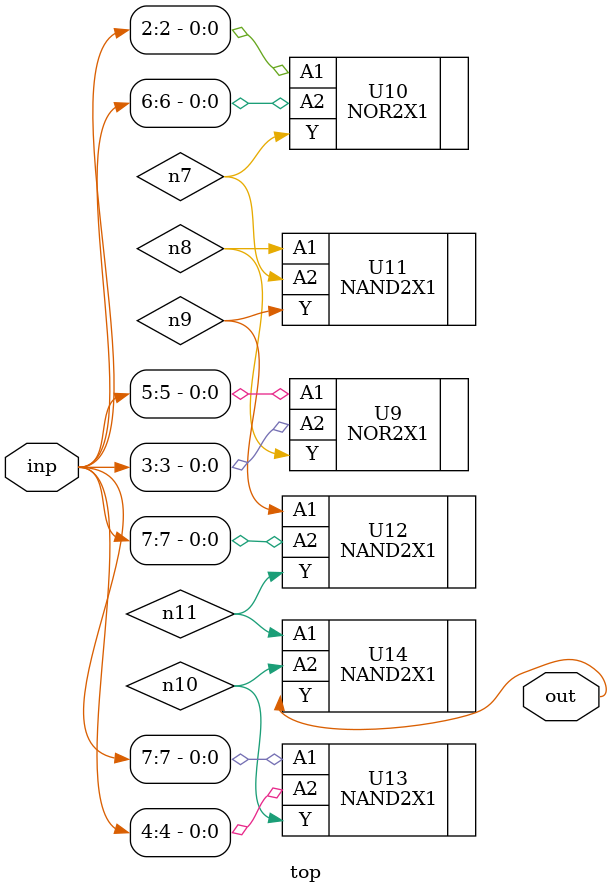
<source format=sv>


module top ( inp, out );
  input [7:0] inp;
  output out;
  wire   n7, n8, n9, n10, n11;

  NOR2X1 U9 ( .A1(inp[5]), .A2(inp[3]), .Y(n8) );
  NOR2X1 U10 ( .A1(inp[2]), .A2(inp[6]), .Y(n7) );
  NAND2X1 U11 ( .A1(n8), .A2(n7), .Y(n9) );
  NAND2X1 U12 ( .A1(n9), .A2(inp[7]), .Y(n11) );
  NAND2X1 U13 ( .A1(inp[7]), .A2(inp[4]), .Y(n10) );
  NAND2X1 U14 ( .A1(n11), .A2(n10), .Y(out) );
endmodule


</source>
